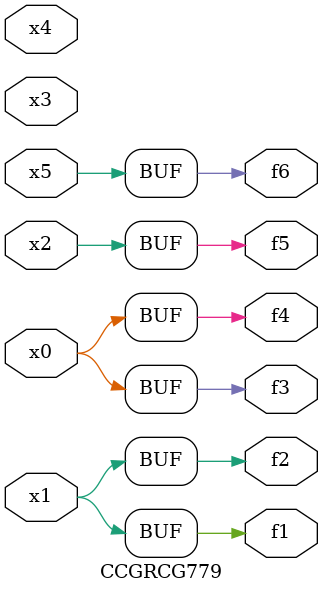
<source format=v>
module CCGRCG779(
	input x0, x1, x2, x3, x4, x5,
	output f1, f2, f3, f4, f5, f6
);
	assign f1 = x1;
	assign f2 = x1;
	assign f3 = x0;
	assign f4 = x0;
	assign f5 = x2;
	assign f6 = x5;
endmodule

</source>
